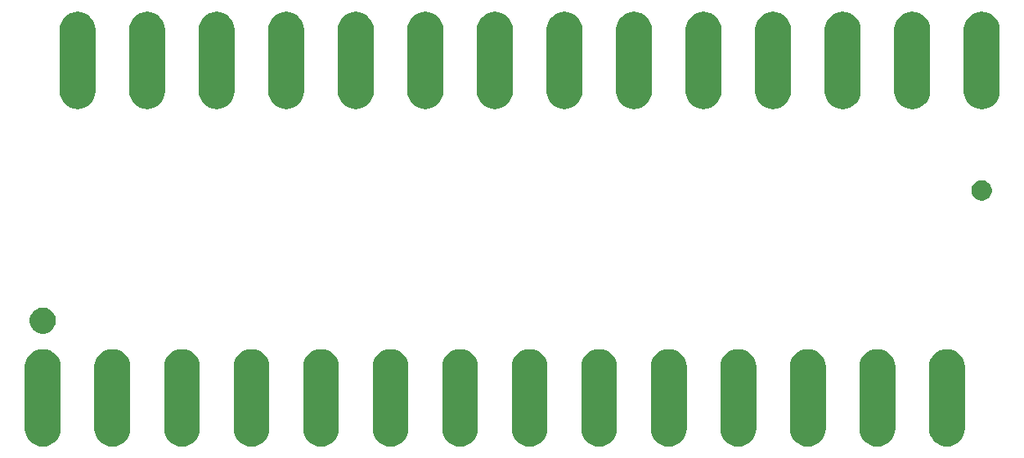
<source format=gbs>
G04 #@! TF.GenerationSoftware,KiCad,Pcbnew,(5.1.5-0)*
G04 #@! TF.CreationDate,2020-06-12T16:48:31+02:00*
G04 #@! TF.ProjectId,Divider1,44697669-6465-4723-912e-6b696361645f,rev?*
G04 #@! TF.SameCoordinates,Original*
G04 #@! TF.FileFunction,Soldermask,Bot*
G04 #@! TF.FilePolarity,Negative*
%FSLAX46Y46*%
G04 Gerber Fmt 4.6, Leading zero omitted, Abs format (unit mm)*
G04 Created by KiCad (PCBNEW (5.1.5-0)) date 2020-06-12 16:48:31*
%MOMM*%
%LPD*%
G04 APERTURE LIST*
%ADD10C,0.100000*%
G04 APERTURE END LIST*
D10*
G36*
X51362857Y-88475782D02*
G01*
X51711776Y-88581626D01*
X52033332Y-88753500D01*
X52097620Y-88806260D01*
X52315188Y-88984812D01*
X52546497Y-89266664D01*
X52546500Y-89266668D01*
X52718374Y-89588223D01*
X52824218Y-89937142D01*
X52851000Y-90209065D01*
X52851000Y-96790935D01*
X52824218Y-97062858D01*
X52718374Y-97411777D01*
X52546500Y-97733332D01*
X52546498Y-97733335D01*
X52546497Y-97733336D01*
X52315188Y-98015188D01*
X52033336Y-98246497D01*
X52033332Y-98246500D01*
X51711777Y-98418374D01*
X51362858Y-98524218D01*
X51000000Y-98559956D01*
X50637143Y-98524218D01*
X50288224Y-98418374D01*
X49966669Y-98246500D01*
X49966665Y-98246497D01*
X49684813Y-98015188D01*
X49453504Y-97733336D01*
X49453503Y-97733335D01*
X49453501Y-97733332D01*
X49281627Y-97411777D01*
X49175783Y-97062858D01*
X49149001Y-96790935D01*
X49149000Y-90209066D01*
X49175782Y-89937143D01*
X49281626Y-89588224D01*
X49453500Y-89266668D01*
X49506260Y-89202380D01*
X49684812Y-88984812D01*
X49966664Y-88753503D01*
X49966665Y-88753502D01*
X49966668Y-88753500D01*
X50288223Y-88581626D01*
X50637142Y-88475782D01*
X51000000Y-88440044D01*
X51362857Y-88475782D01*
G37*
G36*
X58562857Y-88475782D02*
G01*
X58911776Y-88581626D01*
X59233332Y-88753500D01*
X59297620Y-88806260D01*
X59515188Y-88984812D01*
X59746497Y-89266664D01*
X59746500Y-89266668D01*
X59918374Y-89588223D01*
X60024218Y-89937142D01*
X60051000Y-90209065D01*
X60051000Y-96790935D01*
X60024218Y-97062858D01*
X59918374Y-97411777D01*
X59746500Y-97733332D01*
X59746498Y-97733335D01*
X59746497Y-97733336D01*
X59515188Y-98015188D01*
X59233336Y-98246497D01*
X59233332Y-98246500D01*
X58911777Y-98418374D01*
X58562858Y-98524218D01*
X58200000Y-98559956D01*
X57837143Y-98524218D01*
X57488224Y-98418374D01*
X57166669Y-98246500D01*
X57166665Y-98246497D01*
X56884813Y-98015188D01*
X56653504Y-97733336D01*
X56653503Y-97733335D01*
X56653501Y-97733332D01*
X56481627Y-97411777D01*
X56375783Y-97062858D01*
X56349001Y-96790935D01*
X56349000Y-90209066D01*
X56375782Y-89937143D01*
X56481626Y-89588224D01*
X56653500Y-89266668D01*
X56706260Y-89202380D01*
X56884812Y-88984812D01*
X57166664Y-88753503D01*
X57166665Y-88753502D01*
X57166668Y-88753500D01*
X57488223Y-88581626D01*
X57837142Y-88475782D01*
X58200000Y-88440044D01*
X58562857Y-88475782D01*
G37*
G36*
X65762857Y-88475782D02*
G01*
X66111776Y-88581626D01*
X66433332Y-88753500D01*
X66497620Y-88806260D01*
X66715188Y-88984812D01*
X66946497Y-89266664D01*
X66946500Y-89266668D01*
X67118374Y-89588223D01*
X67224218Y-89937142D01*
X67251000Y-90209065D01*
X67251000Y-96790935D01*
X67224218Y-97062858D01*
X67118374Y-97411777D01*
X66946500Y-97733332D01*
X66946498Y-97733335D01*
X66946497Y-97733336D01*
X66715188Y-98015188D01*
X66433336Y-98246497D01*
X66433332Y-98246500D01*
X66111777Y-98418374D01*
X65762858Y-98524218D01*
X65400000Y-98559956D01*
X65037143Y-98524218D01*
X64688224Y-98418374D01*
X64366669Y-98246500D01*
X64366665Y-98246497D01*
X64084813Y-98015188D01*
X63853504Y-97733336D01*
X63853503Y-97733335D01*
X63853501Y-97733332D01*
X63681627Y-97411777D01*
X63575783Y-97062858D01*
X63549001Y-96790935D01*
X63549000Y-90209066D01*
X63575782Y-89937143D01*
X63681626Y-89588224D01*
X63853500Y-89266668D01*
X63906260Y-89202380D01*
X64084812Y-88984812D01*
X64366664Y-88753503D01*
X64366665Y-88753502D01*
X64366668Y-88753500D01*
X64688223Y-88581626D01*
X65037142Y-88475782D01*
X65400000Y-88440044D01*
X65762857Y-88475782D01*
G37*
G36*
X72962857Y-88475782D02*
G01*
X73311776Y-88581626D01*
X73633332Y-88753500D01*
X73697620Y-88806260D01*
X73915188Y-88984812D01*
X74146497Y-89266664D01*
X74146500Y-89266668D01*
X74318374Y-89588223D01*
X74424218Y-89937142D01*
X74451000Y-90209065D01*
X74451000Y-96790935D01*
X74424218Y-97062858D01*
X74318374Y-97411777D01*
X74146500Y-97733332D01*
X74146498Y-97733335D01*
X74146497Y-97733336D01*
X73915188Y-98015188D01*
X73633336Y-98246497D01*
X73633332Y-98246500D01*
X73311777Y-98418374D01*
X72962858Y-98524218D01*
X72600000Y-98559956D01*
X72237143Y-98524218D01*
X71888224Y-98418374D01*
X71566669Y-98246500D01*
X71566665Y-98246497D01*
X71284813Y-98015188D01*
X71053504Y-97733336D01*
X71053503Y-97733335D01*
X71053501Y-97733332D01*
X70881627Y-97411777D01*
X70775783Y-97062858D01*
X70749001Y-96790935D01*
X70749000Y-90209066D01*
X70775782Y-89937143D01*
X70881626Y-89588224D01*
X71053500Y-89266668D01*
X71106260Y-89202380D01*
X71284812Y-88984812D01*
X71566664Y-88753503D01*
X71566665Y-88753502D01*
X71566668Y-88753500D01*
X71888223Y-88581626D01*
X72237142Y-88475782D01*
X72600000Y-88440044D01*
X72962857Y-88475782D01*
G37*
G36*
X80162857Y-88475782D02*
G01*
X80511776Y-88581626D01*
X80833332Y-88753500D01*
X80897620Y-88806260D01*
X81115188Y-88984812D01*
X81346497Y-89266664D01*
X81346500Y-89266668D01*
X81518374Y-89588223D01*
X81624218Y-89937142D01*
X81651000Y-90209065D01*
X81651000Y-96790935D01*
X81624218Y-97062858D01*
X81518374Y-97411777D01*
X81346500Y-97733332D01*
X81346498Y-97733335D01*
X81346497Y-97733336D01*
X81115188Y-98015188D01*
X80833336Y-98246497D01*
X80833332Y-98246500D01*
X80511777Y-98418374D01*
X80162858Y-98524218D01*
X79800000Y-98559956D01*
X79437143Y-98524218D01*
X79088224Y-98418374D01*
X78766669Y-98246500D01*
X78766665Y-98246497D01*
X78484813Y-98015188D01*
X78253504Y-97733336D01*
X78253503Y-97733335D01*
X78253501Y-97733332D01*
X78081627Y-97411777D01*
X77975783Y-97062858D01*
X77949001Y-96790935D01*
X77949000Y-90209066D01*
X77975782Y-89937143D01*
X78081626Y-89588224D01*
X78253500Y-89266668D01*
X78306260Y-89202380D01*
X78484812Y-88984812D01*
X78766664Y-88753503D01*
X78766665Y-88753502D01*
X78766668Y-88753500D01*
X79088223Y-88581626D01*
X79437142Y-88475782D01*
X79800000Y-88440044D01*
X80162857Y-88475782D01*
G37*
G36*
X87362857Y-88475782D02*
G01*
X87711776Y-88581626D01*
X88033332Y-88753500D01*
X88097620Y-88806260D01*
X88315188Y-88984812D01*
X88546497Y-89266664D01*
X88546500Y-89266668D01*
X88718374Y-89588223D01*
X88824218Y-89937142D01*
X88851000Y-90209065D01*
X88851000Y-96790935D01*
X88824218Y-97062858D01*
X88718374Y-97411777D01*
X88546500Y-97733332D01*
X88546498Y-97733335D01*
X88546497Y-97733336D01*
X88315188Y-98015188D01*
X88033336Y-98246497D01*
X88033332Y-98246500D01*
X87711777Y-98418374D01*
X87362858Y-98524218D01*
X87000000Y-98559956D01*
X86637143Y-98524218D01*
X86288224Y-98418374D01*
X85966669Y-98246500D01*
X85966665Y-98246497D01*
X85684813Y-98015188D01*
X85453504Y-97733336D01*
X85453503Y-97733335D01*
X85453501Y-97733332D01*
X85281627Y-97411777D01*
X85175783Y-97062858D01*
X85149001Y-96790935D01*
X85149000Y-90209066D01*
X85175782Y-89937143D01*
X85281626Y-89588224D01*
X85453500Y-89266668D01*
X85506260Y-89202380D01*
X85684812Y-88984812D01*
X85966664Y-88753503D01*
X85966665Y-88753502D01*
X85966668Y-88753500D01*
X86288223Y-88581626D01*
X86637142Y-88475782D01*
X87000000Y-88440044D01*
X87362857Y-88475782D01*
G37*
G36*
X94562857Y-88475782D02*
G01*
X94911776Y-88581626D01*
X95233332Y-88753500D01*
X95297620Y-88806260D01*
X95515188Y-88984812D01*
X95746497Y-89266664D01*
X95746500Y-89266668D01*
X95918374Y-89588223D01*
X96024218Y-89937142D01*
X96051000Y-90209065D01*
X96051000Y-96790935D01*
X96024218Y-97062858D01*
X95918374Y-97411777D01*
X95746500Y-97733332D01*
X95746498Y-97733335D01*
X95746497Y-97733336D01*
X95515188Y-98015188D01*
X95233336Y-98246497D01*
X95233332Y-98246500D01*
X94911777Y-98418374D01*
X94562858Y-98524218D01*
X94200000Y-98559956D01*
X93837143Y-98524218D01*
X93488224Y-98418374D01*
X93166669Y-98246500D01*
X93166665Y-98246497D01*
X92884813Y-98015188D01*
X92653504Y-97733336D01*
X92653503Y-97733335D01*
X92653501Y-97733332D01*
X92481627Y-97411777D01*
X92375783Y-97062858D01*
X92349001Y-96790935D01*
X92349000Y-90209066D01*
X92375782Y-89937143D01*
X92481626Y-89588224D01*
X92653500Y-89266668D01*
X92706260Y-89202380D01*
X92884812Y-88984812D01*
X93166664Y-88753503D01*
X93166665Y-88753502D01*
X93166668Y-88753500D01*
X93488223Y-88581626D01*
X93837142Y-88475782D01*
X94200000Y-88440044D01*
X94562857Y-88475782D01*
G37*
G36*
X101762857Y-88475782D02*
G01*
X102111776Y-88581626D01*
X102433332Y-88753500D01*
X102497620Y-88806260D01*
X102715188Y-88984812D01*
X102946497Y-89266664D01*
X102946500Y-89266668D01*
X103118374Y-89588223D01*
X103224218Y-89937142D01*
X103251000Y-90209065D01*
X103251000Y-96790935D01*
X103224218Y-97062858D01*
X103118374Y-97411777D01*
X102946500Y-97733332D01*
X102946498Y-97733335D01*
X102946497Y-97733336D01*
X102715188Y-98015188D01*
X102433336Y-98246497D01*
X102433332Y-98246500D01*
X102111777Y-98418374D01*
X101762858Y-98524218D01*
X101400000Y-98559956D01*
X101037143Y-98524218D01*
X100688224Y-98418374D01*
X100366669Y-98246500D01*
X100366665Y-98246497D01*
X100084813Y-98015188D01*
X99853504Y-97733336D01*
X99853503Y-97733335D01*
X99853501Y-97733332D01*
X99681627Y-97411777D01*
X99575783Y-97062858D01*
X99549001Y-96790935D01*
X99549000Y-90209066D01*
X99575782Y-89937143D01*
X99681626Y-89588224D01*
X99853500Y-89266668D01*
X99906260Y-89202380D01*
X100084812Y-88984812D01*
X100366664Y-88753503D01*
X100366665Y-88753502D01*
X100366668Y-88753500D01*
X100688223Y-88581626D01*
X101037142Y-88475782D01*
X101400000Y-88440044D01*
X101762857Y-88475782D01*
G37*
G36*
X108962857Y-88475782D02*
G01*
X109311776Y-88581626D01*
X109633332Y-88753500D01*
X109697620Y-88806260D01*
X109915188Y-88984812D01*
X110146497Y-89266664D01*
X110146500Y-89266668D01*
X110318374Y-89588223D01*
X110424218Y-89937142D01*
X110451000Y-90209065D01*
X110451000Y-96790935D01*
X110424218Y-97062858D01*
X110318374Y-97411777D01*
X110146500Y-97733332D01*
X110146498Y-97733335D01*
X110146497Y-97733336D01*
X109915188Y-98015188D01*
X109633336Y-98246497D01*
X109633332Y-98246500D01*
X109311777Y-98418374D01*
X108962858Y-98524218D01*
X108600000Y-98559956D01*
X108237143Y-98524218D01*
X107888224Y-98418374D01*
X107566669Y-98246500D01*
X107566665Y-98246497D01*
X107284813Y-98015188D01*
X107053504Y-97733336D01*
X107053503Y-97733335D01*
X107053501Y-97733332D01*
X106881627Y-97411777D01*
X106775783Y-97062858D01*
X106749001Y-96790935D01*
X106749000Y-90209066D01*
X106775782Y-89937143D01*
X106881626Y-89588224D01*
X107053500Y-89266668D01*
X107106260Y-89202380D01*
X107284812Y-88984812D01*
X107566664Y-88753503D01*
X107566665Y-88753502D01*
X107566668Y-88753500D01*
X107888223Y-88581626D01*
X108237142Y-88475782D01*
X108600000Y-88440044D01*
X108962857Y-88475782D01*
G37*
G36*
X116162857Y-88475782D02*
G01*
X116511776Y-88581626D01*
X116833332Y-88753500D01*
X116897620Y-88806260D01*
X117115188Y-88984812D01*
X117346497Y-89266664D01*
X117346500Y-89266668D01*
X117518374Y-89588223D01*
X117624218Y-89937142D01*
X117651000Y-90209065D01*
X117651000Y-96790935D01*
X117624218Y-97062858D01*
X117518374Y-97411777D01*
X117346500Y-97733332D01*
X117346498Y-97733335D01*
X117346497Y-97733336D01*
X117115188Y-98015188D01*
X116833336Y-98246497D01*
X116833332Y-98246500D01*
X116511777Y-98418374D01*
X116162858Y-98524218D01*
X115800000Y-98559956D01*
X115437143Y-98524218D01*
X115088224Y-98418374D01*
X114766669Y-98246500D01*
X114766665Y-98246497D01*
X114484813Y-98015188D01*
X114253504Y-97733336D01*
X114253503Y-97733335D01*
X114253501Y-97733332D01*
X114081627Y-97411777D01*
X113975783Y-97062858D01*
X113949001Y-96790935D01*
X113949000Y-90209066D01*
X113975782Y-89937143D01*
X114081626Y-89588224D01*
X114253500Y-89266668D01*
X114306260Y-89202380D01*
X114484812Y-88984812D01*
X114766664Y-88753503D01*
X114766665Y-88753502D01*
X114766668Y-88753500D01*
X115088223Y-88581626D01*
X115437142Y-88475782D01*
X115800000Y-88440044D01*
X116162857Y-88475782D01*
G37*
G36*
X123362857Y-88475782D02*
G01*
X123711776Y-88581626D01*
X124033332Y-88753500D01*
X124097620Y-88806260D01*
X124315188Y-88984812D01*
X124546497Y-89266664D01*
X124546500Y-89266668D01*
X124718374Y-89588223D01*
X124824218Y-89937142D01*
X124851000Y-90209065D01*
X124851000Y-96790935D01*
X124824218Y-97062858D01*
X124718374Y-97411777D01*
X124546500Y-97733332D01*
X124546498Y-97733335D01*
X124546497Y-97733336D01*
X124315188Y-98015188D01*
X124033336Y-98246497D01*
X124033332Y-98246500D01*
X123711777Y-98418374D01*
X123362858Y-98524218D01*
X123000000Y-98559956D01*
X122637143Y-98524218D01*
X122288224Y-98418374D01*
X121966669Y-98246500D01*
X121966665Y-98246497D01*
X121684813Y-98015188D01*
X121453504Y-97733336D01*
X121453503Y-97733335D01*
X121453501Y-97733332D01*
X121281627Y-97411777D01*
X121175783Y-97062858D01*
X121149001Y-96790935D01*
X121149000Y-90209066D01*
X121175782Y-89937143D01*
X121281626Y-89588224D01*
X121453500Y-89266668D01*
X121506260Y-89202380D01*
X121684812Y-88984812D01*
X121966664Y-88753503D01*
X121966665Y-88753502D01*
X121966668Y-88753500D01*
X122288223Y-88581626D01*
X122637142Y-88475782D01*
X123000000Y-88440044D01*
X123362857Y-88475782D01*
G37*
G36*
X130562857Y-88475782D02*
G01*
X130911776Y-88581626D01*
X131233332Y-88753500D01*
X131297620Y-88806260D01*
X131515188Y-88984812D01*
X131746497Y-89266664D01*
X131746500Y-89266668D01*
X131918374Y-89588223D01*
X132024218Y-89937142D01*
X132051000Y-90209065D01*
X132051000Y-96790935D01*
X132024218Y-97062858D01*
X131918374Y-97411777D01*
X131746500Y-97733332D01*
X131746498Y-97733335D01*
X131746497Y-97733336D01*
X131515188Y-98015188D01*
X131233336Y-98246497D01*
X131233332Y-98246500D01*
X130911777Y-98418374D01*
X130562858Y-98524218D01*
X130200000Y-98559956D01*
X129837143Y-98524218D01*
X129488224Y-98418374D01*
X129166669Y-98246500D01*
X129166665Y-98246497D01*
X128884813Y-98015188D01*
X128653504Y-97733336D01*
X128653503Y-97733335D01*
X128653501Y-97733332D01*
X128481627Y-97411777D01*
X128375783Y-97062858D01*
X128349001Y-96790935D01*
X128349000Y-90209066D01*
X128375782Y-89937143D01*
X128481626Y-89588224D01*
X128653500Y-89266668D01*
X128706260Y-89202380D01*
X128884812Y-88984812D01*
X129166664Y-88753503D01*
X129166665Y-88753502D01*
X129166668Y-88753500D01*
X129488223Y-88581626D01*
X129837142Y-88475782D01*
X130200000Y-88440044D01*
X130562857Y-88475782D01*
G37*
G36*
X137762857Y-88475782D02*
G01*
X138111776Y-88581626D01*
X138433332Y-88753500D01*
X138497620Y-88806260D01*
X138715188Y-88984812D01*
X138946497Y-89266664D01*
X138946500Y-89266668D01*
X139118374Y-89588223D01*
X139224218Y-89937142D01*
X139251000Y-90209065D01*
X139251000Y-96790935D01*
X139224218Y-97062858D01*
X139118374Y-97411777D01*
X138946500Y-97733332D01*
X138946498Y-97733335D01*
X138946497Y-97733336D01*
X138715188Y-98015188D01*
X138433336Y-98246497D01*
X138433332Y-98246500D01*
X138111777Y-98418374D01*
X137762858Y-98524218D01*
X137400000Y-98559956D01*
X137037143Y-98524218D01*
X136688224Y-98418374D01*
X136366669Y-98246500D01*
X136366665Y-98246497D01*
X136084813Y-98015188D01*
X135853504Y-97733336D01*
X135853503Y-97733335D01*
X135853501Y-97733332D01*
X135681627Y-97411777D01*
X135575783Y-97062858D01*
X135549001Y-96790935D01*
X135549000Y-90209066D01*
X135575782Y-89937143D01*
X135681626Y-89588224D01*
X135853500Y-89266668D01*
X135906260Y-89202380D01*
X136084812Y-88984812D01*
X136366664Y-88753503D01*
X136366665Y-88753502D01*
X136366668Y-88753500D01*
X136688223Y-88581626D01*
X137037142Y-88475782D01*
X137400000Y-88440044D01*
X137762857Y-88475782D01*
G37*
G36*
X144962857Y-88475782D02*
G01*
X145311776Y-88581626D01*
X145633332Y-88753500D01*
X145697620Y-88806260D01*
X145915188Y-88984812D01*
X146146497Y-89266664D01*
X146146500Y-89266668D01*
X146318374Y-89588223D01*
X146424218Y-89937142D01*
X146451000Y-90209065D01*
X146451000Y-96790935D01*
X146424218Y-97062858D01*
X146318374Y-97411777D01*
X146146500Y-97733332D01*
X146146498Y-97733335D01*
X146146497Y-97733336D01*
X145915188Y-98015188D01*
X145633336Y-98246497D01*
X145633332Y-98246500D01*
X145311777Y-98418374D01*
X144962858Y-98524218D01*
X144600000Y-98559956D01*
X144237143Y-98524218D01*
X143888224Y-98418374D01*
X143566669Y-98246500D01*
X143566665Y-98246497D01*
X143284813Y-98015188D01*
X143053504Y-97733336D01*
X143053503Y-97733335D01*
X143053501Y-97733332D01*
X142881627Y-97411777D01*
X142775783Y-97062858D01*
X142749001Y-96790935D01*
X142749000Y-90209066D01*
X142775782Y-89937143D01*
X142881626Y-89588224D01*
X143053500Y-89266668D01*
X143106260Y-89202380D01*
X143284812Y-88984812D01*
X143566664Y-88753503D01*
X143566665Y-88753502D01*
X143566668Y-88753500D01*
X143888223Y-88581626D01*
X144237142Y-88475782D01*
X144600000Y-88440044D01*
X144962857Y-88475782D01*
G37*
G36*
X51394072Y-84200918D02*
G01*
X51639939Y-84302759D01*
X51861212Y-84450610D01*
X52049390Y-84638788D01*
X52197241Y-84860061D01*
X52299082Y-85105928D01*
X52351000Y-85366938D01*
X52351000Y-85633062D01*
X52299082Y-85894072D01*
X52197241Y-86139939D01*
X52049390Y-86361212D01*
X51861212Y-86549390D01*
X51639939Y-86697241D01*
X51639938Y-86697242D01*
X51639937Y-86697242D01*
X51394072Y-86799082D01*
X51133063Y-86851000D01*
X50866937Y-86851000D01*
X50605928Y-86799082D01*
X50360063Y-86697242D01*
X50360062Y-86697242D01*
X50360061Y-86697241D01*
X50138788Y-86549390D01*
X49950610Y-86361212D01*
X49802759Y-86139939D01*
X49700918Y-85894072D01*
X49649000Y-85633062D01*
X49649000Y-85366938D01*
X49700918Y-85105928D01*
X49802759Y-84860061D01*
X49950610Y-84638788D01*
X50138788Y-84450610D01*
X50360061Y-84302759D01*
X50605928Y-84200918D01*
X50866937Y-84149000D01*
X51133063Y-84149000D01*
X51394072Y-84200918D01*
G37*
G36*
X148506564Y-70989389D02*
G01*
X148697833Y-71068615D01*
X148697835Y-71068616D01*
X148869973Y-71183635D01*
X149016365Y-71330027D01*
X149131385Y-71502167D01*
X149210611Y-71693436D01*
X149251000Y-71896484D01*
X149251000Y-72103516D01*
X149210611Y-72306564D01*
X149131385Y-72497833D01*
X149131384Y-72497835D01*
X149016365Y-72669973D01*
X148869973Y-72816365D01*
X148697835Y-72931384D01*
X148697834Y-72931385D01*
X148697833Y-72931385D01*
X148506564Y-73010611D01*
X148303516Y-73051000D01*
X148096484Y-73051000D01*
X147893436Y-73010611D01*
X147702167Y-72931385D01*
X147702166Y-72931385D01*
X147702165Y-72931384D01*
X147530027Y-72816365D01*
X147383635Y-72669973D01*
X147268616Y-72497835D01*
X147268615Y-72497833D01*
X147189389Y-72306564D01*
X147149000Y-72103516D01*
X147149000Y-71896484D01*
X147189389Y-71693436D01*
X147268615Y-71502167D01*
X147383635Y-71330027D01*
X147530027Y-71183635D01*
X147702165Y-71068616D01*
X147702167Y-71068615D01*
X147893436Y-70989389D01*
X148096484Y-70949000D01*
X148303516Y-70949000D01*
X148506564Y-70989389D01*
G37*
G36*
X126962857Y-53475782D02*
G01*
X127311776Y-53581626D01*
X127633332Y-53753500D01*
X127697620Y-53806260D01*
X127915188Y-53984812D01*
X128146497Y-54266664D01*
X128146500Y-54266668D01*
X128318374Y-54588223D01*
X128424218Y-54937142D01*
X128451000Y-55209065D01*
X128451000Y-61790935D01*
X128424218Y-62062858D01*
X128318374Y-62411777D01*
X128146500Y-62733332D01*
X128146498Y-62733335D01*
X128146497Y-62733336D01*
X127915188Y-63015188D01*
X127633336Y-63246497D01*
X127633332Y-63246500D01*
X127311777Y-63418374D01*
X126962858Y-63524218D01*
X126600000Y-63559956D01*
X126237143Y-63524218D01*
X125888224Y-63418374D01*
X125566669Y-63246500D01*
X125566665Y-63246497D01*
X125284813Y-63015188D01*
X125053504Y-62733336D01*
X125053503Y-62733335D01*
X125053501Y-62733332D01*
X124881627Y-62411777D01*
X124775783Y-62062858D01*
X124749001Y-61790935D01*
X124749000Y-55209066D01*
X124775782Y-54937143D01*
X124881626Y-54588224D01*
X125053500Y-54266668D01*
X125106260Y-54202380D01*
X125284812Y-53984812D01*
X125566664Y-53753503D01*
X125566665Y-53753502D01*
X125566668Y-53753500D01*
X125888223Y-53581626D01*
X126237142Y-53475782D01*
X126600000Y-53440044D01*
X126962857Y-53475782D01*
G37*
G36*
X148562857Y-53475782D02*
G01*
X148911776Y-53581626D01*
X149233332Y-53753500D01*
X149297620Y-53806260D01*
X149515188Y-53984812D01*
X149746497Y-54266664D01*
X149746500Y-54266668D01*
X149918374Y-54588223D01*
X150024218Y-54937142D01*
X150051000Y-55209065D01*
X150051000Y-61790935D01*
X150024218Y-62062858D01*
X149918374Y-62411777D01*
X149746500Y-62733332D01*
X149746498Y-62733335D01*
X149746497Y-62733336D01*
X149515188Y-63015188D01*
X149233336Y-63246497D01*
X149233332Y-63246500D01*
X148911777Y-63418374D01*
X148562858Y-63524218D01*
X148200000Y-63559956D01*
X147837143Y-63524218D01*
X147488224Y-63418374D01*
X147166669Y-63246500D01*
X147166665Y-63246497D01*
X146884813Y-63015188D01*
X146653504Y-62733336D01*
X146653503Y-62733335D01*
X146653501Y-62733332D01*
X146481627Y-62411777D01*
X146375783Y-62062858D01*
X146349001Y-61790935D01*
X146349000Y-55209066D01*
X146375782Y-54937143D01*
X146481626Y-54588224D01*
X146653500Y-54266668D01*
X146706260Y-54202380D01*
X146884812Y-53984812D01*
X147166664Y-53753503D01*
X147166665Y-53753502D01*
X147166668Y-53753500D01*
X147488223Y-53581626D01*
X147837142Y-53475782D01*
X148200000Y-53440044D01*
X148562857Y-53475782D01*
G37*
G36*
X141362857Y-53475782D02*
G01*
X141711776Y-53581626D01*
X142033332Y-53753500D01*
X142097620Y-53806260D01*
X142315188Y-53984812D01*
X142546497Y-54266664D01*
X142546500Y-54266668D01*
X142718374Y-54588223D01*
X142824218Y-54937142D01*
X142851000Y-55209065D01*
X142851000Y-61790935D01*
X142824218Y-62062858D01*
X142718374Y-62411777D01*
X142546500Y-62733332D01*
X142546498Y-62733335D01*
X142546497Y-62733336D01*
X142315188Y-63015188D01*
X142033336Y-63246497D01*
X142033332Y-63246500D01*
X141711777Y-63418374D01*
X141362858Y-63524218D01*
X141000000Y-63559956D01*
X140637143Y-63524218D01*
X140288224Y-63418374D01*
X139966669Y-63246500D01*
X139966665Y-63246497D01*
X139684813Y-63015188D01*
X139453504Y-62733336D01*
X139453503Y-62733335D01*
X139453501Y-62733332D01*
X139281627Y-62411777D01*
X139175783Y-62062858D01*
X139149001Y-61790935D01*
X139149000Y-55209066D01*
X139175782Y-54937143D01*
X139281626Y-54588224D01*
X139453500Y-54266668D01*
X139506260Y-54202380D01*
X139684812Y-53984812D01*
X139966664Y-53753503D01*
X139966665Y-53753502D01*
X139966668Y-53753500D01*
X140288223Y-53581626D01*
X140637142Y-53475782D01*
X141000000Y-53440044D01*
X141362857Y-53475782D01*
G37*
G36*
X134162857Y-53475782D02*
G01*
X134511776Y-53581626D01*
X134833332Y-53753500D01*
X134897620Y-53806260D01*
X135115188Y-53984812D01*
X135346497Y-54266664D01*
X135346500Y-54266668D01*
X135518374Y-54588223D01*
X135624218Y-54937142D01*
X135651000Y-55209065D01*
X135651000Y-61790935D01*
X135624218Y-62062858D01*
X135518374Y-62411777D01*
X135346500Y-62733332D01*
X135346498Y-62733335D01*
X135346497Y-62733336D01*
X135115188Y-63015188D01*
X134833336Y-63246497D01*
X134833332Y-63246500D01*
X134511777Y-63418374D01*
X134162858Y-63524218D01*
X133800000Y-63559956D01*
X133437143Y-63524218D01*
X133088224Y-63418374D01*
X132766669Y-63246500D01*
X132766665Y-63246497D01*
X132484813Y-63015188D01*
X132253504Y-62733336D01*
X132253503Y-62733335D01*
X132253501Y-62733332D01*
X132081627Y-62411777D01*
X131975783Y-62062858D01*
X131949001Y-61790935D01*
X131949000Y-55209066D01*
X131975782Y-54937143D01*
X132081626Y-54588224D01*
X132253500Y-54266668D01*
X132306260Y-54202380D01*
X132484812Y-53984812D01*
X132766664Y-53753503D01*
X132766665Y-53753502D01*
X132766668Y-53753500D01*
X133088223Y-53581626D01*
X133437142Y-53475782D01*
X133800000Y-53440044D01*
X134162857Y-53475782D01*
G37*
G36*
X119762857Y-53475782D02*
G01*
X120111776Y-53581626D01*
X120433332Y-53753500D01*
X120497620Y-53806260D01*
X120715188Y-53984812D01*
X120946497Y-54266664D01*
X120946500Y-54266668D01*
X121118374Y-54588223D01*
X121224218Y-54937142D01*
X121251000Y-55209065D01*
X121251000Y-61790935D01*
X121224218Y-62062858D01*
X121118374Y-62411777D01*
X120946500Y-62733332D01*
X120946498Y-62733335D01*
X120946497Y-62733336D01*
X120715188Y-63015188D01*
X120433336Y-63246497D01*
X120433332Y-63246500D01*
X120111777Y-63418374D01*
X119762858Y-63524218D01*
X119400000Y-63559956D01*
X119037143Y-63524218D01*
X118688224Y-63418374D01*
X118366669Y-63246500D01*
X118366665Y-63246497D01*
X118084813Y-63015188D01*
X117853504Y-62733336D01*
X117853503Y-62733335D01*
X117853501Y-62733332D01*
X117681627Y-62411777D01*
X117575783Y-62062858D01*
X117549001Y-61790935D01*
X117549000Y-55209066D01*
X117575782Y-54937143D01*
X117681626Y-54588224D01*
X117853500Y-54266668D01*
X117906260Y-54202380D01*
X118084812Y-53984812D01*
X118366664Y-53753503D01*
X118366665Y-53753502D01*
X118366668Y-53753500D01*
X118688223Y-53581626D01*
X119037142Y-53475782D01*
X119400000Y-53440044D01*
X119762857Y-53475782D01*
G37*
G36*
X112562857Y-53475782D02*
G01*
X112911776Y-53581626D01*
X113233332Y-53753500D01*
X113297620Y-53806260D01*
X113515188Y-53984812D01*
X113746497Y-54266664D01*
X113746500Y-54266668D01*
X113918374Y-54588223D01*
X114024218Y-54937142D01*
X114051000Y-55209065D01*
X114051000Y-61790935D01*
X114024218Y-62062858D01*
X113918374Y-62411777D01*
X113746500Y-62733332D01*
X113746498Y-62733335D01*
X113746497Y-62733336D01*
X113515188Y-63015188D01*
X113233336Y-63246497D01*
X113233332Y-63246500D01*
X112911777Y-63418374D01*
X112562858Y-63524218D01*
X112200000Y-63559956D01*
X111837143Y-63524218D01*
X111488224Y-63418374D01*
X111166669Y-63246500D01*
X111166665Y-63246497D01*
X110884813Y-63015188D01*
X110653504Y-62733336D01*
X110653503Y-62733335D01*
X110653501Y-62733332D01*
X110481627Y-62411777D01*
X110375783Y-62062858D01*
X110349001Y-61790935D01*
X110349000Y-55209066D01*
X110375782Y-54937143D01*
X110481626Y-54588224D01*
X110653500Y-54266668D01*
X110706260Y-54202380D01*
X110884812Y-53984812D01*
X111166664Y-53753503D01*
X111166665Y-53753502D01*
X111166668Y-53753500D01*
X111488223Y-53581626D01*
X111837142Y-53475782D01*
X112200000Y-53440044D01*
X112562857Y-53475782D01*
G37*
G36*
X105362857Y-53475782D02*
G01*
X105711776Y-53581626D01*
X106033332Y-53753500D01*
X106097620Y-53806260D01*
X106315188Y-53984812D01*
X106546497Y-54266664D01*
X106546500Y-54266668D01*
X106718374Y-54588223D01*
X106824218Y-54937142D01*
X106851000Y-55209065D01*
X106851000Y-61790935D01*
X106824218Y-62062858D01*
X106718374Y-62411777D01*
X106546500Y-62733332D01*
X106546498Y-62733335D01*
X106546497Y-62733336D01*
X106315188Y-63015188D01*
X106033336Y-63246497D01*
X106033332Y-63246500D01*
X105711777Y-63418374D01*
X105362858Y-63524218D01*
X105000000Y-63559956D01*
X104637143Y-63524218D01*
X104288224Y-63418374D01*
X103966669Y-63246500D01*
X103966665Y-63246497D01*
X103684813Y-63015188D01*
X103453504Y-62733336D01*
X103453503Y-62733335D01*
X103453501Y-62733332D01*
X103281627Y-62411777D01*
X103175783Y-62062858D01*
X103149001Y-61790935D01*
X103149000Y-55209066D01*
X103175782Y-54937143D01*
X103281626Y-54588224D01*
X103453500Y-54266668D01*
X103506260Y-54202380D01*
X103684812Y-53984812D01*
X103966664Y-53753503D01*
X103966665Y-53753502D01*
X103966668Y-53753500D01*
X104288223Y-53581626D01*
X104637142Y-53475782D01*
X105000000Y-53440044D01*
X105362857Y-53475782D01*
G37*
G36*
X98162857Y-53475782D02*
G01*
X98511776Y-53581626D01*
X98833332Y-53753500D01*
X98897620Y-53806260D01*
X99115188Y-53984812D01*
X99346497Y-54266664D01*
X99346500Y-54266668D01*
X99518374Y-54588223D01*
X99624218Y-54937142D01*
X99651000Y-55209065D01*
X99651000Y-61790935D01*
X99624218Y-62062858D01*
X99518374Y-62411777D01*
X99346500Y-62733332D01*
X99346498Y-62733335D01*
X99346497Y-62733336D01*
X99115188Y-63015188D01*
X98833336Y-63246497D01*
X98833332Y-63246500D01*
X98511777Y-63418374D01*
X98162858Y-63524218D01*
X97800000Y-63559956D01*
X97437143Y-63524218D01*
X97088224Y-63418374D01*
X96766669Y-63246500D01*
X96766665Y-63246497D01*
X96484813Y-63015188D01*
X96253504Y-62733336D01*
X96253503Y-62733335D01*
X96253501Y-62733332D01*
X96081627Y-62411777D01*
X95975783Y-62062858D01*
X95949001Y-61790935D01*
X95949000Y-55209066D01*
X95975782Y-54937143D01*
X96081626Y-54588224D01*
X96253500Y-54266668D01*
X96306260Y-54202380D01*
X96484812Y-53984812D01*
X96766664Y-53753503D01*
X96766665Y-53753502D01*
X96766668Y-53753500D01*
X97088223Y-53581626D01*
X97437142Y-53475782D01*
X97800000Y-53440044D01*
X98162857Y-53475782D01*
G37*
G36*
X90962857Y-53475782D02*
G01*
X91311776Y-53581626D01*
X91633332Y-53753500D01*
X91697620Y-53806260D01*
X91915188Y-53984812D01*
X92146497Y-54266664D01*
X92146500Y-54266668D01*
X92318374Y-54588223D01*
X92424218Y-54937142D01*
X92451000Y-55209065D01*
X92451000Y-61790935D01*
X92424218Y-62062858D01*
X92318374Y-62411777D01*
X92146500Y-62733332D01*
X92146498Y-62733335D01*
X92146497Y-62733336D01*
X91915188Y-63015188D01*
X91633336Y-63246497D01*
X91633332Y-63246500D01*
X91311777Y-63418374D01*
X90962858Y-63524218D01*
X90600000Y-63559956D01*
X90237143Y-63524218D01*
X89888224Y-63418374D01*
X89566669Y-63246500D01*
X89566665Y-63246497D01*
X89284813Y-63015188D01*
X89053504Y-62733336D01*
X89053503Y-62733335D01*
X89053501Y-62733332D01*
X88881627Y-62411777D01*
X88775783Y-62062858D01*
X88749001Y-61790935D01*
X88749000Y-55209066D01*
X88775782Y-54937143D01*
X88881626Y-54588224D01*
X89053500Y-54266668D01*
X89106260Y-54202380D01*
X89284812Y-53984812D01*
X89566664Y-53753503D01*
X89566665Y-53753502D01*
X89566668Y-53753500D01*
X89888223Y-53581626D01*
X90237142Y-53475782D01*
X90600000Y-53440044D01*
X90962857Y-53475782D01*
G37*
G36*
X83762857Y-53475782D02*
G01*
X84111776Y-53581626D01*
X84433332Y-53753500D01*
X84497620Y-53806260D01*
X84715188Y-53984812D01*
X84946497Y-54266664D01*
X84946500Y-54266668D01*
X85118374Y-54588223D01*
X85224218Y-54937142D01*
X85251000Y-55209065D01*
X85251000Y-61790935D01*
X85224218Y-62062858D01*
X85118374Y-62411777D01*
X84946500Y-62733332D01*
X84946498Y-62733335D01*
X84946497Y-62733336D01*
X84715188Y-63015188D01*
X84433336Y-63246497D01*
X84433332Y-63246500D01*
X84111777Y-63418374D01*
X83762858Y-63524218D01*
X83400000Y-63559956D01*
X83037143Y-63524218D01*
X82688224Y-63418374D01*
X82366669Y-63246500D01*
X82366665Y-63246497D01*
X82084813Y-63015188D01*
X81853504Y-62733336D01*
X81853503Y-62733335D01*
X81853501Y-62733332D01*
X81681627Y-62411777D01*
X81575783Y-62062858D01*
X81549001Y-61790935D01*
X81549000Y-55209066D01*
X81575782Y-54937143D01*
X81681626Y-54588224D01*
X81853500Y-54266668D01*
X81906260Y-54202380D01*
X82084812Y-53984812D01*
X82366664Y-53753503D01*
X82366665Y-53753502D01*
X82366668Y-53753500D01*
X82688223Y-53581626D01*
X83037142Y-53475782D01*
X83400000Y-53440044D01*
X83762857Y-53475782D01*
G37*
G36*
X76562857Y-53475782D02*
G01*
X76911776Y-53581626D01*
X77233332Y-53753500D01*
X77297620Y-53806260D01*
X77515188Y-53984812D01*
X77746497Y-54266664D01*
X77746500Y-54266668D01*
X77918374Y-54588223D01*
X78024218Y-54937142D01*
X78051000Y-55209065D01*
X78051000Y-61790935D01*
X78024218Y-62062858D01*
X77918374Y-62411777D01*
X77746500Y-62733332D01*
X77746498Y-62733335D01*
X77746497Y-62733336D01*
X77515188Y-63015188D01*
X77233336Y-63246497D01*
X77233332Y-63246500D01*
X76911777Y-63418374D01*
X76562858Y-63524218D01*
X76200000Y-63559956D01*
X75837143Y-63524218D01*
X75488224Y-63418374D01*
X75166669Y-63246500D01*
X75166665Y-63246497D01*
X74884813Y-63015188D01*
X74653504Y-62733336D01*
X74653503Y-62733335D01*
X74653501Y-62733332D01*
X74481627Y-62411777D01*
X74375783Y-62062858D01*
X74349001Y-61790935D01*
X74349000Y-55209066D01*
X74375782Y-54937143D01*
X74481626Y-54588224D01*
X74653500Y-54266668D01*
X74706260Y-54202380D01*
X74884812Y-53984812D01*
X75166664Y-53753503D01*
X75166665Y-53753502D01*
X75166668Y-53753500D01*
X75488223Y-53581626D01*
X75837142Y-53475782D01*
X76200000Y-53440044D01*
X76562857Y-53475782D01*
G37*
G36*
X62162857Y-53475782D02*
G01*
X62511776Y-53581626D01*
X62833332Y-53753500D01*
X62897620Y-53806260D01*
X63115188Y-53984812D01*
X63346497Y-54266664D01*
X63346500Y-54266668D01*
X63518374Y-54588223D01*
X63624218Y-54937142D01*
X63651000Y-55209065D01*
X63651000Y-61790935D01*
X63624218Y-62062858D01*
X63518374Y-62411777D01*
X63346500Y-62733332D01*
X63346498Y-62733335D01*
X63346497Y-62733336D01*
X63115188Y-63015188D01*
X62833336Y-63246497D01*
X62833332Y-63246500D01*
X62511777Y-63418374D01*
X62162858Y-63524218D01*
X61800000Y-63559956D01*
X61437143Y-63524218D01*
X61088224Y-63418374D01*
X60766669Y-63246500D01*
X60766665Y-63246497D01*
X60484813Y-63015188D01*
X60253504Y-62733336D01*
X60253503Y-62733335D01*
X60253501Y-62733332D01*
X60081627Y-62411777D01*
X59975783Y-62062858D01*
X59949001Y-61790935D01*
X59949000Y-55209066D01*
X59975782Y-54937143D01*
X60081626Y-54588224D01*
X60253500Y-54266668D01*
X60306260Y-54202380D01*
X60484812Y-53984812D01*
X60766664Y-53753503D01*
X60766665Y-53753502D01*
X60766668Y-53753500D01*
X61088223Y-53581626D01*
X61437142Y-53475782D01*
X61800000Y-53440044D01*
X62162857Y-53475782D01*
G37*
G36*
X54962857Y-53475782D02*
G01*
X55311776Y-53581626D01*
X55633332Y-53753500D01*
X55697620Y-53806260D01*
X55915188Y-53984812D01*
X56146497Y-54266664D01*
X56146500Y-54266668D01*
X56318374Y-54588223D01*
X56424218Y-54937142D01*
X56451000Y-55209065D01*
X56451000Y-61790935D01*
X56424218Y-62062858D01*
X56318374Y-62411777D01*
X56146500Y-62733332D01*
X56146498Y-62733335D01*
X56146497Y-62733336D01*
X55915188Y-63015188D01*
X55633336Y-63246497D01*
X55633332Y-63246500D01*
X55311777Y-63418374D01*
X54962858Y-63524218D01*
X54600000Y-63559956D01*
X54237143Y-63524218D01*
X53888224Y-63418374D01*
X53566669Y-63246500D01*
X53566665Y-63246497D01*
X53284813Y-63015188D01*
X53053504Y-62733336D01*
X53053503Y-62733335D01*
X53053501Y-62733332D01*
X52881627Y-62411777D01*
X52775783Y-62062858D01*
X52749001Y-61790935D01*
X52749000Y-55209066D01*
X52775782Y-54937143D01*
X52881626Y-54588224D01*
X53053500Y-54266668D01*
X53106260Y-54202380D01*
X53284812Y-53984812D01*
X53566664Y-53753503D01*
X53566665Y-53753502D01*
X53566668Y-53753500D01*
X53888223Y-53581626D01*
X54237142Y-53475782D01*
X54600000Y-53440044D01*
X54962857Y-53475782D01*
G37*
G36*
X69362857Y-53475782D02*
G01*
X69711776Y-53581626D01*
X70033332Y-53753500D01*
X70097620Y-53806260D01*
X70315188Y-53984812D01*
X70546497Y-54266664D01*
X70546500Y-54266668D01*
X70718374Y-54588223D01*
X70824218Y-54937142D01*
X70851000Y-55209065D01*
X70851000Y-61790935D01*
X70824218Y-62062858D01*
X70718374Y-62411777D01*
X70546500Y-62733332D01*
X70546498Y-62733335D01*
X70546497Y-62733336D01*
X70315188Y-63015188D01*
X70033336Y-63246497D01*
X70033332Y-63246500D01*
X69711777Y-63418374D01*
X69362858Y-63524218D01*
X69000000Y-63559956D01*
X68637143Y-63524218D01*
X68288224Y-63418374D01*
X67966669Y-63246500D01*
X67966665Y-63246497D01*
X67684813Y-63015188D01*
X67453504Y-62733336D01*
X67453503Y-62733335D01*
X67453501Y-62733332D01*
X67281627Y-62411777D01*
X67175783Y-62062858D01*
X67149001Y-61790935D01*
X67149000Y-55209066D01*
X67175782Y-54937143D01*
X67281626Y-54588224D01*
X67453500Y-54266668D01*
X67506260Y-54202380D01*
X67684812Y-53984812D01*
X67966664Y-53753503D01*
X67966665Y-53753502D01*
X67966668Y-53753500D01*
X68288223Y-53581626D01*
X68637142Y-53475782D01*
X69000000Y-53440044D01*
X69362857Y-53475782D01*
G37*
M02*

</source>
